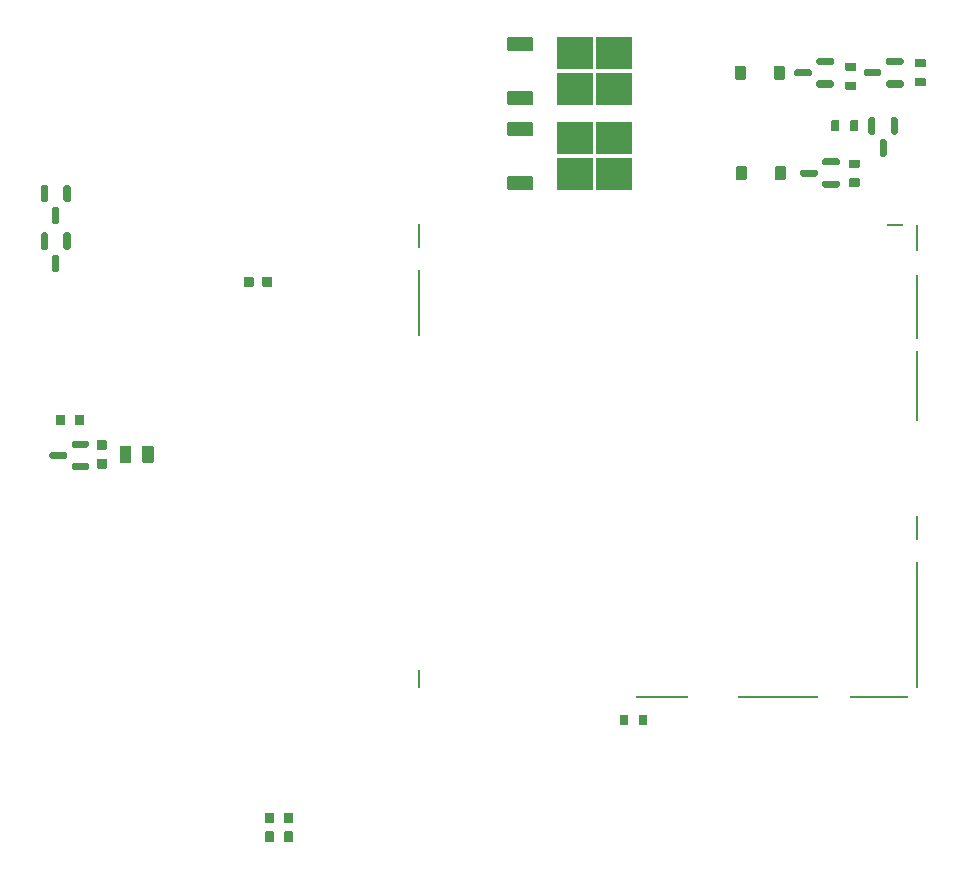
<source format=gbp>
G04 #@! TF.GenerationSoftware,KiCad,Pcbnew,7.0.1*
G04 #@! TF.CreationDate,2023-06-10T23:22:58+03:00*
G04 #@! TF.ProjectId,alphax_2ch,616c7068-6178-45f3-9263-682e6b696361,F*
G04 #@! TF.SameCoordinates,PX141f5e0PYa2cace0*
G04 #@! TF.FileFunction,Paste,Bot*
G04 #@! TF.FilePolarity,Positive*
%FSLAX46Y46*%
G04 Gerber Fmt 4.6, Leading zero omitted, Abs format (unit mm)*
G04 Created by KiCad (PCBNEW 7.0.1) date 2023-06-10 23:22:58*
%MOMM*%
%LPD*%
G01*
G04 APERTURE LIST*
%ADD10R,0.200000X2.300000*%
%ADD11R,0.200000X10.700000*%
%ADD12R,0.200000X2.100000*%
%ADD13R,0.200000X6.000000*%
%ADD14R,0.200000X5.400000*%
%ADD15R,1.400000X0.200000*%
%ADD16R,5.000000X0.200000*%
%ADD17R,6.800000X0.200000*%
%ADD18R,4.500000X0.200000*%
%ADD19R,0.200000X1.600000*%
%ADD20R,0.200000X5.700000*%
%ADD21R,0.200000X2.000000*%
%ADD22R,3.050000X2.750000*%
G04 APERTURE END LIST*
D10*
G04 #@! TO.C,M2*
X80375005Y53925000D03*
D11*
X80375003Y21125002D03*
D12*
X80375003Y29325001D03*
D13*
X80375003Y41375000D03*
D14*
X80375003Y48074997D03*
D15*
X78574996Y54975003D03*
D16*
X77175001Y15075002D03*
D17*
X68674998Y15075002D03*
D18*
X58824995Y15075002D03*
D19*
X38275000Y16575001D03*
D20*
X38275000Y48425004D03*
D21*
X38275000Y54074997D03*
G04 #@! TD*
G04 #@! TO.C,R29*
G36*
G01*
X55250000Y12710000D02*
X55250000Y13490000D01*
G75*
G02*
X55320000Y13560000I70000J0D01*
G01*
X55880000Y13560000D01*
G75*
G02*
X55950000Y13490000I0J-70000D01*
G01*
X55950000Y12710000D01*
G75*
G02*
X55880000Y12640000I-70000J0D01*
G01*
X55320000Y12640000D01*
G75*
G02*
X55250000Y12710000I0J70000D01*
G01*
G37*
G36*
G01*
X56850000Y12710000D02*
X56850000Y13490000D01*
G75*
G02*
X56920000Y13560000I70000J0D01*
G01*
X57480000Y13560000D01*
G75*
G02*
X57550000Y13490000I0J-70000D01*
G01*
X57550000Y12710000D01*
G75*
G02*
X57480000Y12640000I-70000J0D01*
G01*
X56920000Y12640000D01*
G75*
G02*
X56850000Y12710000I0J70000D01*
G01*
G37*
G04 #@! TD*
G04 #@! TO.C,R4*
G36*
G01*
X25250000Y2810000D02*
X25250000Y3590000D01*
G75*
G02*
X25320000Y3660000I70000J0D01*
G01*
X25880000Y3660000D01*
G75*
G02*
X25950000Y3590000I0J-70000D01*
G01*
X25950000Y2810000D01*
G75*
G02*
X25880000Y2740000I-70000J0D01*
G01*
X25320000Y2740000D01*
G75*
G02*
X25250000Y2810000I0J70000D01*
G01*
G37*
G36*
G01*
X26850000Y2810000D02*
X26850000Y3590000D01*
G75*
G02*
X26920000Y3660000I70000J0D01*
G01*
X27480000Y3660000D01*
G75*
G02*
X27550000Y3590000I0J-70000D01*
G01*
X27550000Y2810000D01*
G75*
G02*
X27480000Y2740000I-70000J0D01*
G01*
X26920000Y2740000D01*
G75*
G02*
X26850000Y2810000I0J70000D01*
G01*
G37*
G04 #@! TD*
G04 #@! TO.C,R60*
G36*
G01*
X12900000Y34975000D02*
X12900000Y36225000D01*
G75*
G02*
X13000000Y36325000I100000J0D01*
G01*
X13800000Y36325000D01*
G75*
G02*
X13900000Y36225000I0J-100000D01*
G01*
X13900000Y34975000D01*
G75*
G02*
X13800000Y34875000I-100000J0D01*
G01*
X13000000Y34875000D01*
G75*
G02*
X12900000Y34975000I0J100000D01*
G01*
G37*
G36*
G01*
X14800022Y34975000D02*
X14800022Y36225000D01*
G75*
G02*
X14900022Y36325000I100000J0D01*
G01*
X15700022Y36325000D01*
G75*
G02*
X15800022Y36225000I0J-100000D01*
G01*
X15800022Y34975000D01*
G75*
G02*
X15700022Y34875000I-100000J0D01*
G01*
X14900022Y34875000D01*
G75*
G02*
X14800022Y34975000I0J100000D01*
G01*
G37*
G04 #@! TD*
G04 #@! TO.C,D32*
G36*
G01*
X65100000Y58890000D02*
X65100000Y59910000D01*
G75*
G02*
X65190000Y60000000I90000J0D01*
G01*
X65910000Y60000000D01*
G75*
G02*
X66000000Y59910000I0J-90000D01*
G01*
X66000000Y58890000D01*
G75*
G02*
X65910000Y58800000I-90000J0D01*
G01*
X65190000Y58800000D01*
G75*
G02*
X65100000Y58890000I0J90000D01*
G01*
G37*
G36*
G01*
X68400000Y58890000D02*
X68400000Y59910000D01*
G75*
G02*
X68490000Y60000000I90000J0D01*
G01*
X69210000Y60000000D01*
G75*
G02*
X69300000Y59910000I0J-90000D01*
G01*
X69300000Y58890000D01*
G75*
G02*
X69210000Y58800000I-90000J0D01*
G01*
X68490000Y58800000D01*
G75*
G02*
X68400000Y58890000I0J90000D01*
G01*
G37*
G04 #@! TD*
G04 #@! TO.C,D28*
G36*
G01*
X6400000Y54375000D02*
X6700000Y54375000D01*
G75*
G02*
X6850000Y54225000I0J-150000D01*
G01*
X6850000Y53050000D01*
G75*
G02*
X6700000Y52900000I-150000J0D01*
G01*
X6400000Y52900000D01*
G75*
G02*
X6250000Y53050000I0J150000D01*
G01*
X6250000Y54225000D01*
G75*
G02*
X6400000Y54375000I150000J0D01*
G01*
G37*
G36*
G01*
X8300000Y54375000D02*
X8600000Y54375000D01*
G75*
G02*
X8750000Y54225000I0J-150000D01*
G01*
X8750000Y53050000D01*
G75*
G02*
X8600000Y52900000I-150000J0D01*
G01*
X8300000Y52900000D01*
G75*
G02*
X8150000Y53050000I0J150000D01*
G01*
X8150000Y54225000D01*
G75*
G02*
X8300000Y54375000I150000J0D01*
G01*
G37*
G36*
G01*
X7350000Y52500000D02*
X7650000Y52500000D01*
G75*
G02*
X7800000Y52350000I0J-150000D01*
G01*
X7800000Y51175000D01*
G75*
G02*
X7650000Y51025000I-150000J0D01*
G01*
X7350000Y51025000D01*
G75*
G02*
X7200000Y51175000I0J150000D01*
G01*
X7200000Y52350000D01*
G75*
G02*
X7350000Y52500000I150000J0D01*
G01*
G37*
G04 #@! TD*
G04 #@! TO.C,R66*
G36*
G01*
X74410000Y68750000D02*
X75190000Y68750000D01*
G75*
G02*
X75260000Y68680000I0J-70000D01*
G01*
X75260000Y68120000D01*
G75*
G02*
X75190000Y68050000I-70000J0D01*
G01*
X74410000Y68050000D01*
G75*
G02*
X74340000Y68120000I0J70000D01*
G01*
X74340000Y68680000D01*
G75*
G02*
X74410000Y68750000I70000J0D01*
G01*
G37*
G36*
G01*
X74410000Y67150000D02*
X75190000Y67150000D01*
G75*
G02*
X75260000Y67080000I0J-70000D01*
G01*
X75260000Y66520000D01*
G75*
G02*
X75190000Y66450000I-70000J0D01*
G01*
X74410000Y66450000D01*
G75*
G02*
X74340000Y66520000I0J70000D01*
G01*
X74340000Y67080000D01*
G75*
G02*
X74410000Y67150000I70000J0D01*
G01*
G37*
G04 #@! TD*
D22*
G04 #@! TO.C,Q8*
X51450000Y62350000D03*
X51450000Y59300000D03*
X54800000Y62350000D03*
X54800000Y59300000D03*
G36*
G01*
X45725000Y58065000D02*
X45725000Y59025000D01*
G75*
G02*
X45845000Y59145000I120000J0D01*
G01*
X47805000Y59145000D01*
G75*
G02*
X47925000Y59025000I0J-120000D01*
G01*
X47925000Y58065000D01*
G75*
G02*
X47805000Y57945000I-120000J0D01*
G01*
X45845000Y57945000D01*
G75*
G02*
X45725000Y58065000I0J120000D01*
G01*
G37*
G36*
G01*
X45725000Y62625000D02*
X45725000Y63585000D01*
G75*
G02*
X45845000Y63705000I120000J0D01*
G01*
X47805000Y63705000D01*
G75*
G02*
X47925000Y63585000I0J-120000D01*
G01*
X47925000Y62625000D01*
G75*
G02*
X47805000Y62505000I-120000J0D01*
G01*
X45845000Y62505000D01*
G75*
G02*
X45725000Y62625000I0J120000D01*
G01*
G37*
G04 #@! TD*
G04 #@! TO.C,R57*
G36*
G01*
X7550000Y38110000D02*
X7550000Y38890000D01*
G75*
G02*
X7620000Y38960000I70000J0D01*
G01*
X8180000Y38960000D01*
G75*
G02*
X8250000Y38890000I0J-70000D01*
G01*
X8250000Y38110000D01*
G75*
G02*
X8180000Y38040000I-70000J0D01*
G01*
X7620000Y38040000D01*
G75*
G02*
X7550000Y38110000I0J70000D01*
G01*
G37*
G36*
G01*
X9150000Y38110000D02*
X9150000Y38890000D01*
G75*
G02*
X9220000Y38960000I70000J0D01*
G01*
X9780000Y38960000D01*
G75*
G02*
X9850000Y38890000I0J-70000D01*
G01*
X9850000Y38110000D01*
G75*
G02*
X9780000Y38040000I-70000J0D01*
G01*
X9220000Y38040000D01*
G75*
G02*
X9150000Y38110000I0J70000D01*
G01*
G37*
G04 #@! TD*
G04 #@! TO.C,Q19*
G36*
G01*
X73875000Y60500000D02*
X73875000Y60200000D01*
G75*
G02*
X73725000Y60050000I-150000J0D01*
G01*
X72550000Y60050000D01*
G75*
G02*
X72400000Y60200000I0J150000D01*
G01*
X72400000Y60500000D01*
G75*
G02*
X72550000Y60650000I150000J0D01*
G01*
X73725000Y60650000D01*
G75*
G02*
X73875000Y60500000I0J-150000D01*
G01*
G37*
G36*
G01*
X73875000Y58600000D02*
X73875000Y58300000D01*
G75*
G02*
X73725000Y58150000I-150000J0D01*
G01*
X72550000Y58150000D01*
G75*
G02*
X72400000Y58300000I0J150000D01*
G01*
X72400000Y58600000D01*
G75*
G02*
X72550000Y58750000I150000J0D01*
G01*
X73725000Y58750000D01*
G75*
G02*
X73875000Y58600000I0J-150000D01*
G01*
G37*
G36*
G01*
X72000000Y59550000D02*
X72000000Y59250000D01*
G75*
G02*
X71850000Y59100000I-150000J0D01*
G01*
X70675000Y59100000D01*
G75*
G02*
X70525000Y59250000I0J150000D01*
G01*
X70525000Y59550000D01*
G75*
G02*
X70675000Y59700000I150000J0D01*
G01*
X71850000Y59700000D01*
G75*
G02*
X72000000Y59550000I0J-150000D01*
G01*
G37*
G04 #@! TD*
G04 #@! TO.C,Q18*
G36*
G01*
X73375000Y69000000D02*
X73375000Y68700000D01*
G75*
G02*
X73225000Y68550000I-150000J0D01*
G01*
X72050000Y68550000D01*
G75*
G02*
X71900000Y68700000I0J150000D01*
G01*
X71900000Y69000000D01*
G75*
G02*
X72050000Y69150000I150000J0D01*
G01*
X73225000Y69150000D01*
G75*
G02*
X73375000Y69000000I0J-150000D01*
G01*
G37*
G36*
G01*
X73375000Y67100000D02*
X73375000Y66800000D01*
G75*
G02*
X73225000Y66650000I-150000J0D01*
G01*
X72050000Y66650000D01*
G75*
G02*
X71900000Y66800000I0J150000D01*
G01*
X71900000Y67100000D01*
G75*
G02*
X72050000Y67250000I150000J0D01*
G01*
X73225000Y67250000D01*
G75*
G02*
X73375000Y67100000I0J-150000D01*
G01*
G37*
G36*
G01*
X71500000Y68050000D02*
X71500000Y67750000D01*
G75*
G02*
X71350000Y67600000I-150000J0D01*
G01*
X70175000Y67600000D01*
G75*
G02*
X70025000Y67750000I0J150000D01*
G01*
X70025000Y68050000D01*
G75*
G02*
X70175000Y68200000I150000J0D01*
G01*
X71350000Y68200000D01*
G75*
G02*
X71500000Y68050000I0J-150000D01*
G01*
G37*
G04 #@! TD*
G04 #@! TO.C,D29*
G36*
G01*
X6400000Y58412500D02*
X6700000Y58412500D01*
G75*
G02*
X6850000Y58262500I0J-150000D01*
G01*
X6850000Y57087500D01*
G75*
G02*
X6700000Y56937500I-150000J0D01*
G01*
X6400000Y56937500D01*
G75*
G02*
X6250000Y57087500I0J150000D01*
G01*
X6250000Y58262500D01*
G75*
G02*
X6400000Y58412500I150000J0D01*
G01*
G37*
G36*
G01*
X8300000Y58412500D02*
X8600000Y58412500D01*
G75*
G02*
X8750000Y58262500I0J-150000D01*
G01*
X8750000Y57087500D01*
G75*
G02*
X8600000Y56937500I-150000J0D01*
G01*
X8300000Y56937500D01*
G75*
G02*
X8150000Y57087500I0J150000D01*
G01*
X8150000Y58262500D01*
G75*
G02*
X8300000Y58412500I150000J0D01*
G01*
G37*
G36*
G01*
X7350000Y56537500D02*
X7650000Y56537500D01*
G75*
G02*
X7800000Y56387500I0J-150000D01*
G01*
X7800000Y55212500D01*
G75*
G02*
X7650000Y55062500I-150000J0D01*
G01*
X7350000Y55062500D01*
G75*
G02*
X7200000Y55212500I0J150000D01*
G01*
X7200000Y56387500D01*
G75*
G02*
X7350000Y56537500I150000J0D01*
G01*
G37*
G04 #@! TD*
G04 #@! TO.C,C5*
G36*
G01*
X11740000Y34384999D02*
X11060000Y34384999D01*
G75*
G02*
X10975000Y34469999I0J85000D01*
G01*
X10975000Y35149999D01*
G75*
G02*
X11060000Y35234999I85000J0D01*
G01*
X11740000Y35234999D01*
G75*
G02*
X11825000Y35149999I0J-85000D01*
G01*
X11825000Y34469999D01*
G75*
G02*
X11740000Y34384999I-85000J0D01*
G01*
G37*
G36*
G01*
X11740000Y35965001D02*
X11060000Y35965001D01*
G75*
G02*
X10975000Y36050001I0J85000D01*
G01*
X10975000Y36730001D01*
G75*
G02*
X11060000Y36815001I85000J0D01*
G01*
X11740000Y36815001D01*
G75*
G02*
X11825000Y36730001I0J-85000D01*
G01*
X11825000Y36050001D01*
G75*
G02*
X11740000Y35965001I-85000J0D01*
G01*
G37*
G04 #@! TD*
G04 #@! TO.C,Q25*
G36*
G01*
X76450000Y64137500D02*
X76750000Y64137500D01*
G75*
G02*
X76900000Y63987500I0J-150000D01*
G01*
X76900000Y62812500D01*
G75*
G02*
X76750000Y62662500I-150000J0D01*
G01*
X76450000Y62662500D01*
G75*
G02*
X76300000Y62812500I0J150000D01*
G01*
X76300000Y63987500D01*
G75*
G02*
X76450000Y64137500I150000J0D01*
G01*
G37*
G36*
G01*
X77400000Y62262500D02*
X77700000Y62262500D01*
G75*
G02*
X77850000Y62112500I0J-150000D01*
G01*
X77850000Y60937500D01*
G75*
G02*
X77700000Y60787500I-150000J0D01*
G01*
X77400000Y60787500D01*
G75*
G02*
X77250000Y60937500I0J150000D01*
G01*
X77250000Y62112500D01*
G75*
G02*
X77400000Y62262500I150000J0D01*
G01*
G37*
G36*
G01*
X78350000Y64137500D02*
X78650000Y64137500D01*
G75*
G02*
X78800000Y63987500I0J-150000D01*
G01*
X78800000Y62812500D01*
G75*
G02*
X78650000Y62662500I-150000J0D01*
G01*
X78350000Y62662500D01*
G75*
G02*
X78200000Y62812500I0J150000D01*
G01*
X78200000Y63987500D01*
G75*
G02*
X78350000Y64137500I150000J0D01*
G01*
G37*
G04 #@! TD*
G04 #@! TO.C,D27*
G36*
G01*
X10312500Y36600000D02*
X10312500Y36300000D01*
G75*
G02*
X10162500Y36150000I-150000J0D01*
G01*
X8987500Y36150000D01*
G75*
G02*
X8837500Y36300000I0J150000D01*
G01*
X8837500Y36600000D01*
G75*
G02*
X8987500Y36750000I150000J0D01*
G01*
X10162500Y36750000D01*
G75*
G02*
X10312500Y36600000I0J-150000D01*
G01*
G37*
G36*
G01*
X8437500Y35650000D02*
X8437500Y35350000D01*
G75*
G02*
X8287500Y35200000I-150000J0D01*
G01*
X7112500Y35200000D01*
G75*
G02*
X6962500Y35350000I0J150000D01*
G01*
X6962500Y35650000D01*
G75*
G02*
X7112500Y35800000I150000J0D01*
G01*
X8287500Y35800000D01*
G75*
G02*
X8437500Y35650000I0J-150000D01*
G01*
G37*
G36*
G01*
X10312500Y34700000D02*
X10312500Y34400000D01*
G75*
G02*
X10162500Y34250000I-150000J0D01*
G01*
X8987500Y34250000D01*
G75*
G02*
X8837500Y34400000I0J150000D01*
G01*
X8837500Y34700000D01*
G75*
G02*
X8987500Y34850000I150000J0D01*
G01*
X10162500Y34850000D01*
G75*
G02*
X10312500Y34700000I0J-150000D01*
G01*
G37*
G04 #@! TD*
G04 #@! TO.C,R73*
G36*
G01*
X80310000Y69050000D02*
X81090000Y69050000D01*
G75*
G02*
X81160000Y68980000I0J-70000D01*
G01*
X81160000Y68420000D01*
G75*
G02*
X81090000Y68350000I-70000J0D01*
G01*
X80310000Y68350000D01*
G75*
G02*
X80240000Y68420000I0J70000D01*
G01*
X80240000Y68980000D01*
G75*
G02*
X80310000Y69050000I70000J0D01*
G01*
G37*
G36*
G01*
X80310000Y67450000D02*
X81090000Y67450000D01*
G75*
G02*
X81160000Y67380000I0J-70000D01*
G01*
X81160000Y66820000D01*
G75*
G02*
X81090000Y66750000I-70000J0D01*
G01*
X80310000Y66750000D01*
G75*
G02*
X80240000Y66820000I0J70000D01*
G01*
X80240000Y67380000D01*
G75*
G02*
X80310000Y67450000I70000J0D01*
G01*
G37*
G04 #@! TD*
G04 #@! TO.C,D31*
G36*
G01*
X65000000Y67390000D02*
X65000000Y68410000D01*
G75*
G02*
X65090000Y68500000I90000J0D01*
G01*
X65810000Y68500000D01*
G75*
G02*
X65900000Y68410000I0J-90000D01*
G01*
X65900000Y67390000D01*
G75*
G02*
X65810000Y67300000I-90000J0D01*
G01*
X65090000Y67300000D01*
G75*
G02*
X65000000Y67390000I0J90000D01*
G01*
G37*
G36*
G01*
X68300000Y67390000D02*
X68300000Y68410000D01*
G75*
G02*
X68390000Y68500000I90000J0D01*
G01*
X69110000Y68500000D01*
G75*
G02*
X69200000Y68410000I0J-90000D01*
G01*
X69200000Y67390000D01*
G75*
G02*
X69110000Y67300000I-90000J0D01*
G01*
X68390000Y67300000D01*
G75*
G02*
X68300000Y67390000I0J90000D01*
G01*
G37*
G04 #@! TD*
G04 #@! TO.C,Q24*
G36*
G01*
X79275000Y69000000D02*
X79275000Y68700000D01*
G75*
G02*
X79125000Y68550000I-150000J0D01*
G01*
X77950000Y68550000D01*
G75*
G02*
X77800000Y68700000I0J150000D01*
G01*
X77800000Y69000000D01*
G75*
G02*
X77950000Y69150000I150000J0D01*
G01*
X79125000Y69150000D01*
G75*
G02*
X79275000Y69000000I0J-150000D01*
G01*
G37*
G36*
G01*
X77400000Y68050000D02*
X77400000Y67750000D01*
G75*
G02*
X77250000Y67600000I-150000J0D01*
G01*
X76075000Y67600000D01*
G75*
G02*
X75925000Y67750000I0J150000D01*
G01*
X75925000Y68050000D01*
G75*
G02*
X76075000Y68200000I150000J0D01*
G01*
X77250000Y68200000D01*
G75*
G02*
X77400000Y68050000I0J-150000D01*
G01*
G37*
G36*
G01*
X79275000Y67100000D02*
X79275000Y66800000D01*
G75*
G02*
X79125000Y66650000I-150000J0D01*
G01*
X77950000Y66650000D01*
G75*
G02*
X77800000Y66800000I0J150000D01*
G01*
X77800000Y67100000D01*
G75*
G02*
X77950000Y67250000I150000J0D01*
G01*
X79125000Y67250000D01*
G75*
G02*
X79275000Y67100000I0J-150000D01*
G01*
G37*
G04 #@! TD*
G04 #@! TO.C,R74*
G36*
G01*
X75450000Y63790000D02*
X75450000Y63010000D01*
G75*
G02*
X75380000Y62940000I-70000J0D01*
G01*
X74820000Y62940000D01*
G75*
G02*
X74750000Y63010000I0J70000D01*
G01*
X74750000Y63790000D01*
G75*
G02*
X74820000Y63860000I70000J0D01*
G01*
X75380000Y63860000D01*
G75*
G02*
X75450000Y63790000I0J-70000D01*
G01*
G37*
G36*
G01*
X73850000Y63790000D02*
X73850000Y63010000D01*
G75*
G02*
X73780000Y62940000I-70000J0D01*
G01*
X73220000Y62940000D01*
G75*
G02*
X73150000Y63010000I0J70000D01*
G01*
X73150000Y63790000D01*
G75*
G02*
X73220000Y63860000I70000J0D01*
G01*
X73780000Y63860000D01*
G75*
G02*
X73850000Y63790000I0J-70000D01*
G01*
G37*
G04 #@! TD*
G04 #@! TO.C,R3*
G36*
G01*
X27550000Y5190000D02*
X27550000Y4410000D01*
G75*
G02*
X27480000Y4340000I-70000J0D01*
G01*
X26920000Y4340000D01*
G75*
G02*
X26850000Y4410000I0J70000D01*
G01*
X26850000Y5190000D01*
G75*
G02*
X26920000Y5260000I70000J0D01*
G01*
X27480000Y5260000D01*
G75*
G02*
X27550000Y5190000I0J-70000D01*
G01*
G37*
G36*
G01*
X25950000Y5190000D02*
X25950000Y4410000D01*
G75*
G02*
X25880000Y4340000I-70000J0D01*
G01*
X25320000Y4340000D01*
G75*
G02*
X25250000Y4410000I0J70000D01*
G01*
X25250000Y5190000D01*
G75*
G02*
X25320000Y5260000I70000J0D01*
G01*
X25880000Y5260000D01*
G75*
G02*
X25950000Y5190000I0J-70000D01*
G01*
G37*
G04 #@! TD*
G04 #@! TO.C,C2*
G36*
G01*
X23394998Y49860000D02*
X23394998Y50540000D01*
G75*
G02*
X23479998Y50625000I85000J0D01*
G01*
X24159998Y50625000D01*
G75*
G02*
X24244998Y50540000I0J-85000D01*
G01*
X24244998Y49860000D01*
G75*
G02*
X24159998Y49775000I-85000J0D01*
G01*
X23479998Y49775000D01*
G75*
G02*
X23394998Y49860000I0J85000D01*
G01*
G37*
G36*
G01*
X24975000Y49860000D02*
X24975000Y50540000D01*
G75*
G02*
X25060000Y50625000I85000J0D01*
G01*
X25740000Y50625000D01*
G75*
G02*
X25825000Y50540000I0J-85000D01*
G01*
X25825000Y49860000D01*
G75*
G02*
X25740000Y49775000I-85000J0D01*
G01*
X25060000Y49775000D01*
G75*
G02*
X24975000Y49860000I0J85000D01*
G01*
G37*
G04 #@! TD*
G04 #@! TO.C,R72*
G36*
G01*
X74710000Y60550000D02*
X75490000Y60550000D01*
G75*
G02*
X75560000Y60480000I0J-70000D01*
G01*
X75560000Y59920000D01*
G75*
G02*
X75490000Y59850000I-70000J0D01*
G01*
X74710000Y59850000D01*
G75*
G02*
X74640000Y59920000I0J70000D01*
G01*
X74640000Y60480000D01*
G75*
G02*
X74710000Y60550000I70000J0D01*
G01*
G37*
G36*
G01*
X74710000Y58950000D02*
X75490000Y58950000D01*
G75*
G02*
X75560000Y58880000I0J-70000D01*
G01*
X75560000Y58320000D01*
G75*
G02*
X75490000Y58250000I-70000J0D01*
G01*
X74710000Y58250000D01*
G75*
G02*
X74640000Y58320000I0J70000D01*
G01*
X74640000Y58880000D01*
G75*
G02*
X74710000Y58950000I70000J0D01*
G01*
G37*
G04 #@! TD*
G04 #@! TO.C,Q9*
X51450000Y69550000D03*
X51450000Y66500000D03*
X54800000Y69550000D03*
X54800000Y66500000D03*
G36*
G01*
X45725000Y65265000D02*
X45725000Y66225000D01*
G75*
G02*
X45845000Y66345000I120000J0D01*
G01*
X47805000Y66345000D01*
G75*
G02*
X47925000Y66225000I0J-120000D01*
G01*
X47925000Y65265000D01*
G75*
G02*
X47805000Y65145000I-120000J0D01*
G01*
X45845000Y65145000D01*
G75*
G02*
X45725000Y65265000I0J120000D01*
G01*
G37*
G36*
G01*
X45725000Y69825000D02*
X45725000Y70785000D01*
G75*
G02*
X45845000Y70905000I120000J0D01*
G01*
X47805000Y70905000D01*
G75*
G02*
X47925000Y70785000I0J-120000D01*
G01*
X47925000Y69825000D01*
G75*
G02*
X47805000Y69705000I-120000J0D01*
G01*
X45845000Y69705000D01*
G75*
G02*
X45725000Y69825000I0J120000D01*
G01*
G37*
G04 #@! TD*
M02*

</source>
